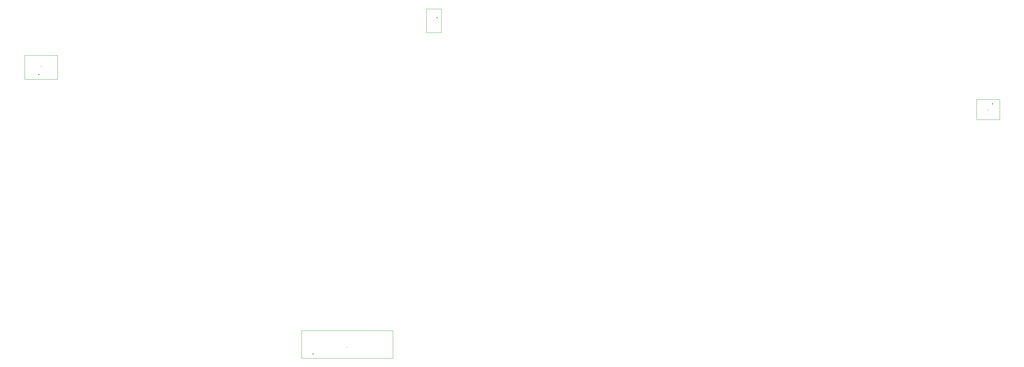
<source format=gbr>
%TF.GenerationSoftware,KiCad,Pcbnew,8.0.2-1*%
%TF.CreationDate,2024-08-02T01:43:28+02:00*%
%TF.ProjectId,keyboard,6b657962-6f61-4726-942e-6b696361645f,1.0*%
%TF.SameCoordinates,Original*%
%TF.FileFunction,Component,L2,Bot*%
%TF.FilePolarity,Positive*%
%FSLAX46Y46*%
G04 Gerber Fmt 4.6, Leading zero omitted, Abs format (unit mm)*
G04 Created by KiCad (PCBNEW 8.0.2-1) date 2024-08-02 01:43:28*
%MOMM*%
%LPD*%
G01*
G04 APERTURE LIST*
%TA.AperFunction,ComponentMain*%
%ADD10C,0.300000*%
%TD*%
%TA.AperFunction,ComponentOutline,Courtyard*%
%ADD11C,0.100000*%
%TD*%
%TA.AperFunction,ComponentPin*%
%ADD12P,0.360000X4X0.000000*%
%TD*%
%TA.AperFunction,ComponentPin*%
%ADD13C,0.100000*%
%TD*%
G04 APERTURE END LIST*
D10*
%TO.C,J1*%
%TO.CFtp,Hirose_FH12-40S-0.5SH_1x40-1MP_P0.50mm_Horizontal*%
%TO.CVal,MATRIX_CONN*%
%TO.CLbN,Connector_FFC-FPC*%
%TO.CMnt,SMD*%
%TO.CRot,180*%
X166543767Y-184780000D03*
D11*
X179593766Y-179880001D02*
X179593766Y-187779999D01*
X153493768Y-187779999D01*
X153493768Y-179880001D01*
X179593766Y-179880001D01*
D12*
%TO.P,J1,1,Pin_1*%
X156793767Y-186630000D03*
D13*
%TO.P,J1,2,Pin_2*%
X157293767Y-186630000D03*
%TO.P,J1,3,Pin_3*%
X157793767Y-186630000D03*
%TO.P,J1,4,Pin_4*%
X158293767Y-186630000D03*
%TO.P,J1,5,Pin_5*%
X158793767Y-186630000D03*
%TO.P,J1,6,Pin_6*%
X159293767Y-186630000D03*
%TO.P,J1,7,Pin_7*%
X159793767Y-186630000D03*
%TO.P,J1,8,Pin_8*%
X160293767Y-186630000D03*
%TO.P,J1,9,Pin_9*%
X160793767Y-186630000D03*
%TO.P,J1,10,Pin_10*%
X161293767Y-186630000D03*
%TO.P,J1,11,Pin_11*%
X161793767Y-186630000D03*
%TO.P,J1,12,Pin_12*%
X162293767Y-186630000D03*
%TO.P,J1,13,Pin_13*%
X162793767Y-186630000D03*
%TO.P,J1,14,Pin_14*%
X163293767Y-186630000D03*
%TO.P,J1,15,Pin_15*%
X163793767Y-186630000D03*
%TO.P,J1,16,Pin_16*%
X164293767Y-186630000D03*
%TO.P,J1,17,Pin_17*%
X164793767Y-186630000D03*
%TO.P,J1,18,Pin_18*%
X165293767Y-186630000D03*
%TO.P,J1,19,Pin_19*%
X165793767Y-186630000D03*
%TO.P,J1,20,Pin_20*%
X166293767Y-186630000D03*
%TO.P,J1,21,Pin_21*%
X166793767Y-186630000D03*
%TO.P,J1,22,Pin_22*%
X167293767Y-186630000D03*
%TO.P,J1,23,Pin_23*%
X167793767Y-186630000D03*
%TO.P,J1,24,Pin_24*%
X168293767Y-186630000D03*
%TO.P,J1,25,Pin_25*%
X168793767Y-186630000D03*
%TO.P,J1,26,Pin_26*%
X169293767Y-186630000D03*
%TO.P,J1,27,Pin_27*%
X169793767Y-186630000D03*
%TO.P,J1,28,Pin_28*%
X170293767Y-186630000D03*
%TO.P,J1,29,Pin_29*%
X170793767Y-186630000D03*
%TO.P,J1,30,Pin_30*%
X171293767Y-186630000D03*
%TO.P,J1,31,Pin_31*%
X171793767Y-186630000D03*
%TO.P,J1,32,Pin_32*%
X172293767Y-186630000D03*
%TO.P,J1,33,Pin_33*%
X172793767Y-186630000D03*
%TO.P,J1,34,Pin_34*%
X173293767Y-186630000D03*
%TO.P,J1,35,Pin_35*%
X173793767Y-186630000D03*
%TO.P,J1,36,Pin_36*%
X174293767Y-186630000D03*
%TO.P,J1,37,Pin_37*%
X174793767Y-186630000D03*
%TO.P,J1,38,Pin_38*%
X175293767Y-186630000D03*
%TO.P,J1,39,Pin_39*%
X175793767Y-186630000D03*
%TO.P,J1,40,Pin_40*%
X176293767Y-186630000D03*
%TO.P,J1,MP*%
X154893767Y-183380000D03*
X178193767Y-183380000D03*
%TD*%
D10*
%TO.C,J2*%
%TO.CFtp,TF2216S0175SHW800*%
%TO.CVal,TF22-16S-0.175SHW_800_*%
%TO.CLbN,TF22-16S*%
%TO.CMnt,SMD*%
%TO.CRot,0*%
X349400000Y-116800000D03*
D11*
X352676999Y-113825001D02*
X352676999Y-119524999D01*
X346123001Y-119524999D01*
X346123001Y-113825001D01*
X352676999Y-113825001D01*
D12*
%TO.P,J2,1,1*%
X350713000Y-115075000D03*
D13*
%TO.P,J2,2,2*%
X350538000Y-118225000D03*
%TO.P,J2,3,3*%
X350362000Y-115075000D03*
%TO.P,J2,4,4*%
X350188000Y-118225000D03*
%TO.P,J2,5,5*%
X350012000Y-115075000D03*
%TO.P,J2,6,6*%
X349838000Y-118225000D03*
%TO.P,J2,7,7*%
X349663000Y-115075000D03*
%TO.P,J2,8,8*%
X349488000Y-118225000D03*
%TO.P,J2,9,9*%
X349313000Y-115075000D03*
%TO.P,J2,10,10*%
X349137000Y-118225000D03*
%TO.P,J2,11,11*%
X348962000Y-115075000D03*
%TO.P,J2,12,12*%
X348788000Y-118225000D03*
%TO.P,J2,13,13*%
X348613000Y-115075000D03*
%TO.P,J2,14,14*%
X348438000Y-118225000D03*
%TO.P,J2,15,15*%
X348262000Y-115075000D03*
%TO.P,J2,16,16*%
X348087000Y-118225000D03*
%TO.P,J2,MP1,MP1*%
X351112000Y-115150000D03*
%TO.P,J2,MP2,MP2*%
X347687000Y-115150000D03*
%TD*%
D10*
%TO.C,SW1*%
%TO.CFtp,Molex_PicoBlade_53261-0271_1x02-1MP_P1.25mm_Horizontal*%
%TO.CVal,SW_SPST*%
%TO.CLbN,Connector_Molex*%
%TO.CMnt,SMD*%
%TO.CRot,180*%
X79200000Y-104300000D03*
D11*
X83919999Y-101200001D02*
X83919999Y-107999999D01*
X74480001Y-107999999D01*
X74480001Y-101200001D01*
X83919999Y-101200001D01*
D12*
%TO.P,SW1,1,A*%
X78575000Y-106700000D03*
D13*
%TO.P,SW1,2,B*%
X79825000Y-106700000D03*
%TO.P,SW1,MP*%
X76025000Y-103800000D03*
X82375000Y-103800000D03*
%TD*%
D10*
%TO.C,J3*%
%TO.CFtp,5050661222*%
%TO.CVal,505066-1222*%
%TO.CLbN,505066-1222*%
%TO.CMnt,SMD*%
%TO.CRot,90*%
X191253767Y-91266000D03*
D11*
X193403766Y-87911001D02*
X193403766Y-94620999D01*
X189103768Y-94620999D01*
X189103768Y-87911001D01*
X193403766Y-87911001D01*
D12*
%TO.P,J3,1,1*%
X192203767Y-90391000D03*
D13*
%TO.P,J3,2,2*%
X190303767Y-90391000D03*
%TO.P,J3,3,3*%
X192203767Y-90741000D03*
%TO.P,J3,4,4*%
X190303767Y-90741000D03*
%TO.P,J3,5,5*%
X192203767Y-91091000D03*
%TO.P,J3,6,6*%
X190303767Y-91091000D03*
%TO.P,J3,7,7*%
X192203767Y-91441000D03*
%TO.P,J3,8,8*%
X190303767Y-91441000D03*
%TO.P,J3,9,9*%
X192203767Y-91791000D03*
%TO.P,J3,10,10*%
X190303767Y-91791000D03*
%TO.P,J3,11,11*%
X192203767Y-92141000D03*
%TO.P,J3,12,12*%
X190303767Y-92141000D03*
%TO.P,J3,MP1,MP1*%
X191735767Y-89111000D03*
%TO.P,J3,MP2,MP2*%
X190771767Y-89111000D03*
%TO.P,J3,MP3,MP3*%
X191735767Y-93421000D03*
%TO.P,J3,MP4,MP4*%
X190771767Y-93421000D03*
%TD*%
M02*

</source>
